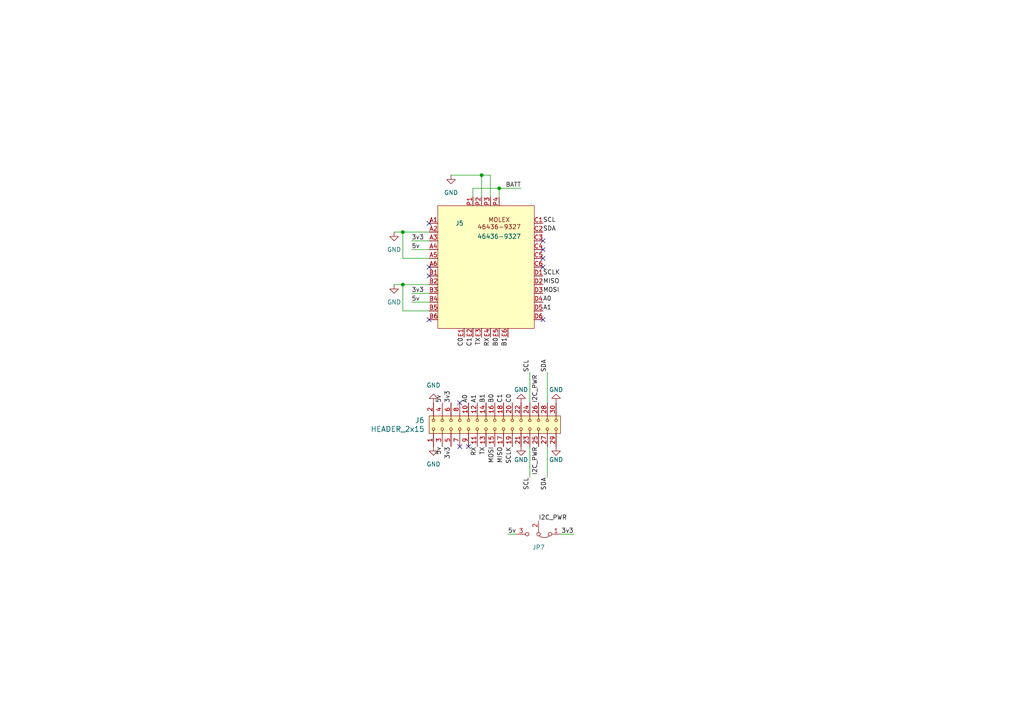
<source format=kicad_sch>
(kicad_sch (version 20230121) (generator eeschema)
  (paper "A4")
  (lib_symbols
    (symbol "Jumper:Jumper_3_Bridged12" (pin_names (offset 0) hide)
      (property "Reference" "JP" (at -2.54 -2.54 0))
      (property "Value" "Jumper_3_Bridged12" (at 0 2.794 0))
      (symbol "Jumper_3_Bridged12_0_0"
        (circle (center -3.302 0) (radius 0.508))
        (circle (center 0 0) (radius 0.508))
        (circle (center 3.302 0) (radius 0.508))
      )
      (symbol "Jumper_3_Bridged12_0_1"
        (arc (start -0.254 0.508) (mid -1.651 0.9912) (end -3.048 0.508))
        (polyline (pts (xy 0 -1.27) (xy 0 -0.508)))
      )
      (symbol "Jumper_3_Bridged12_1_1"
        (pin passive line (at -6.35 0 0) (length 2.54) (name "A") (number "1"))
        (pin passive line (at 0 -3.81 90) (length 2.54) (name "C") (number "2"))
        (pin passive line (at 6.35 0 180) (length 2.54) (name "B") (number "3"))
      )
    )
    (symbol "MLAB_CONNECTORS:MOLEX_46436-9327"
      (property "Reference" "J2" (at -7.62 -2.54 0))
      (property "Value" "~" (at -2.54 5.08 90))
      (symbol "MOLEX_46436-9327_0_0"
        (pin unspecified line (at -15.24 -2.54 0) (length 2.54) (name "") (number "A1"))
        (pin unspecified line (at -15.24 -5.08 0) (length 2.54) (name "") (number "A2"))
        (pin unspecified line (at -15.24 -7.62 0) (length 2.54) (name "") (number "A3"))
        (pin unspecified line (at -15.24 -10.16 0) (length 2.54) (name "") (number "A4"))
        (pin unspecified line (at -15.24 -12.7 0) (length 2.54) (name "") (number "A5"))
        (pin unspecified line (at -15.24 -15.24 0) (length 2.54) (name "") (number "A6"))
        (pin unspecified line (at -15.24 -17.78 0) (length 2.54) (name "") (number "B1"))
        (pin unspecified line (at -15.24 -20.32 0) (length 2.54) (name "") (number "B2"))
        (pin unspecified line (at -15.24 -22.86 0) (length 2.54) (name "") (number "B3"))
        (pin unspecified line (at -15.24 -25.4 0) (length 2.54) (name "") (number "B4"))
        (pin unspecified line (at -15.24 -27.94 0) (length 2.54) (name "") (number "B5"))
        (pin unspecified line (at -15.24 -30.48 0) (length 2.54) (name "") (number "B6"))
        (pin unspecified line (at 17.78 -2.54 180) (length 2.54) (name "") (number "C1"))
        (pin unspecified line (at 17.78 -5.08 180) (length 2.54) (name "") (number "C2"))
        (pin unspecified line (at 17.78 -7.62 180) (length 2.54) (name "") (number "C3"))
        (pin unspecified line (at 17.78 -10.16 180) (length 2.54) (name "") (number "C4"))
        (pin unspecified line (at 17.78 -12.7 180) (length 2.54) (name "") (number "C5"))
        (pin unspecified line (at 17.78 -15.24 180) (length 2.54) (name "") (number "C6"))
        (pin unspecified line (at 17.78 -17.78 180) (length 2.54) (name "") (number "D1"))
        (pin unspecified line (at 17.78 -20.32 180) (length 2.54) (name "") (number "D2"))
        (pin unspecified line (at 17.78 -22.86 180) (length 2.54) (name "") (number "D3"))
        (pin unspecified line (at 17.78 -25.4 180) (length 2.54) (name "") (number "D4"))
        (pin unspecified line (at 17.78 -27.94 180) (length 2.54) (name "") (number "D5"))
        (pin unspecified line (at 17.78 -30.48 180) (length 2.54) (name "") (number "D6"))
        (pin unspecified line (at -5.08 -35.56 90) (length 2.54) (name "") (number "E1"))
        (pin unspecified line (at -2.54 -35.56 90) (length 2.54) (name "") (number "E2"))
        (pin unspecified line (at 0 -35.56 90) (length 2.54) (name "") (number "E3"))
        (pin unspecified line (at 2.54 -35.56 90) (length 2.54) (name "") (number "E4"))
        (pin unspecified line (at 5.08 -35.56 90) (length 2.54) (name "") (number "E5"))
        (pin unspecified line (at 7.62 -35.56 90) (length 2.54) (name "") (number "E6"))
        (pin unspecified line (at -2.54 5.08 270) (length 2.54) (name "") (number "P1"))
        (pin unspecified line (at 0 5.08 270) (length 2.54) (name "") (number "P2"))
        (pin unspecified line (at 2.54 5.08 270) (length 2.54) (name "") (number "P3"))
        (pin unspecified line (at 5.08 5.08 270) (length 2.54) (name "") (number "P4"))
      )
      (symbol "MOLEX_46436-9327_1_1"
        (rectangle (start -12.7 2.54) (end 15.24 -33.02) (fill (type background)))
        (text "MOLEX\n46436-9327" (at 5.08 -2.54 0) (effects (font (size 1.27 1.27))))
      )
    )
    (symbol "MLAB_HEADER:HEADER_2x15" (pin_names (offset 1.016))
      (property "Reference" "J" (at 0 -20.32 0))
      (property "Value" "HEADER_2x15" (at 0 20.32 0))
      (symbol "HEADER_2x15_0_1"
        (rectangle (start -2.54 19.05) (end 2.54 -19.05) (fill (type background)))
        (circle (center -1.27 -17.78) (radius 0.381))
        (circle (center -1.27 -15.24) (radius 0.381))
        (circle (center -1.27 -12.7) (radius 0.381))
        (circle (center -1.27 -10.16) (radius 0.381))
        (circle (center -1.27 -7.62) (radius 0.381))
        (circle (center -1.27 -5.08) (radius 0.381))
        (circle (center -1.27 -2.54) (radius 0.381))
        (circle (center -1.27 0) (radius 0.381))
        (circle (center -1.27 2.54) (radius 0.381))
        (circle (center -1.27 5.08) (radius 0.381))
        (circle (center -1.27 7.62) (radius 0.381))
        (circle (center -1.27 10.16) (radius 0.381))
        (circle (center -1.27 12.7) (radius 0.381))
        (circle (center -1.27 15.24) (radius 0.381))
        (circle (center -1.27 17.78) (radius 0.381))
        (polyline (pts (xy -1.651 -17.78) (xy -2.54 -17.78)))
        (polyline (pts (xy -1.651 -15.24) (xy -2.54 -15.24)))
        (polyline (pts (xy -1.651 -12.7) (xy -2.54 -12.7)))
        (polyline (pts (xy -1.651 -10.16) (xy -2.54 -10.16)))
        (polyline (pts (xy -1.651 -7.62) (xy -2.54 -7.62)))
        (polyline (pts (xy -1.651 -5.08) (xy -2.54 -5.08)))
        (polyline (pts (xy -1.651 -2.54) (xy -2.54 -2.54)))
        (polyline (pts (xy -1.651 0) (xy -2.54 0)))
        (polyline (pts (xy -1.651 2.54) (xy -2.54 2.54)))
        (polyline (pts (xy -1.651 5.08) (xy -2.54 5.08)))
        (polyline (pts (xy -1.651 7.62) (xy -2.54 7.62)))
        (polyline (pts (xy -1.651 10.16) (xy -2.54 10.16)))
        (polyline (pts (xy -1.651 12.7) (xy -2.54 12.7)))
        (polyline (pts (xy -1.651 15.24) (xy -2.54 15.24)))
        (polyline (pts (xy -1.651 17.78) (xy -2.54 17.78)))
        (polyline (pts (xy 1.651 -17.78) (xy 2.54 -17.78)))
        (polyline (pts (xy 1.651 -15.24) (xy 2.54 -15.24)))
        (polyline (pts (xy 1.651 -12.7) (xy 2.54 -12.7)))
        (polyline (pts (xy 1.651 -10.16) (xy 2.54 -10.16)))
        (polyline (pts (xy 1.651 -7.62) (xy 2.54 -7.62)))
        (polyline (pts (xy 1.651 -5.08) (xy 2.54 -5.08)))
        (polyline (pts (xy 1.651 -2.54) (xy 2.54 -2.54)))
        (polyline (pts (xy 1.651 0) (xy 2.54 0)))
        (polyline (pts (xy 1.651 2.54) (xy 2.54 2.54)))
        (polyline (pts (xy 1.651 5.08) (xy 2.54 5.08)))
        (polyline (pts (xy 1.651 7.62) (xy 2.54 7.62)))
        (polyline (pts (xy 1.651 10.16) (xy 2.54 10.16)))
        (polyline (pts (xy 1.651 12.7) (xy 2.54 12.7)))
        (polyline (pts (xy 1.651 15.24) (xy 2.54 15.24)))
        (polyline (pts (xy 1.651 17.78) (xy 2.54 17.78)))
        (circle (center 1.27 -17.78) (radius 0.381))
        (circle (center 1.27 -15.24) (radius 0.381))
        (circle (center 1.27 -12.7) (radius 0.381))
        (circle (center 1.27 -10.16) (radius 0.381))
        (circle (center 1.27 -7.62) (radius 0.381))
        (circle (center 1.27 -5.08) (radius 0.381))
        (circle (center 1.27 -2.54) (radius 0.381))
        (circle (center 1.27 0) (radius 0.381))
        (circle (center 1.27 2.54) (radius 0.381))
        (circle (center 1.27 5.08) (radius 0.381))
        (circle (center 1.27 7.62) (radius 0.381))
        (circle (center 1.27 10.16) (radius 0.381))
        (circle (center 1.27 12.7) (radius 0.381))
        (circle (center 1.27 15.24) (radius 0.381))
        (circle (center 1.27 17.78) (radius 0.381))
      )
      (symbol "HEADER_2x15_1_1"
        (pin input line (at -6.35 17.78 0) (length 3.81) (name "~") (number "1"))
        (pin input line (at 6.35 7.62 180) (length 3.81) (name "~") (number "10"))
        (pin input line (at -6.35 5.08 0) (length 3.81) (name "~") (number "11"))
        (pin input line (at 6.35 5.08 180) (length 3.81) (name "~") (number "12"))
        (pin input line (at -6.35 2.54 0) (length 3.81) (name "~") (number "13"))
        (pin input line (at 6.35 2.54 180) (length 3.81) (name "~") (number "14"))
        (pin input line (at -6.35 0 0) (length 3.81) (name "~") (number "15"))
        (pin input line (at 6.35 0 180) (length 3.81) (name "~") (number "16"))
        (pin input line (at -6.35 -2.54 0) (length 3.81) (name "~") (number "17"))
        (pin input line (at 6.35 -2.54 180) (length 3.81) (name "~") (number "18"))
        (pin input line (at -6.35 -5.08 0) (length 3.81) (name "~") (number "19"))
        (pin input line (at 6.35 17.78 180) (length 3.81) (name "~") (number "2"))
        (pin input line (at 6.35 -5.08 180) (length 3.81) (name "~") (number "20"))
        (pin input line (at -6.35 -7.62 0) (length 3.81) (name "~") (number "21"))
        (pin input line (at 6.35 -7.62 180) (length 3.81) (name "~") (number "22"))
        (pin input line (at -6.35 -10.16 0) (length 3.81) (name "~") (number "23"))
        (pin input line (at 6.35 -10.16 180) (length 3.81) (name "~") (number "24"))
        (pin input line (at -6.35 -12.7 0) (length 3.81) (name "~") (number "25"))
        (pin input line (at 6.35 -12.7 180) (length 3.81) (name "~") (number "26"))
        (pin input line (at -6.35 -15.24 0) (length 3.81) (name "~") (number "27"))
        (pin input line (at 6.35 -15.24 180) (length 3.81) (name "~") (number "28"))
        (pin input line (at -6.35 -17.78 0) (length 3.81) (name "~") (number "29"))
        (pin input line (at -6.35 15.24 0) (length 3.81) (name "~") (number "3"))
        (pin input line (at 6.35 -17.78 180) (length 3.81) (name "~") (number "30"))
        (pin input line (at 6.35 15.24 180) (length 3.81) (name "~") (number "4"))
        (pin input line (at -6.35 12.7 0) (length 3.81) (name "~") (number "5"))
        (pin input line (at 6.35 12.7 180) (length 3.81) (name "~") (number "6"))
        (pin input line (at -6.35 10.16 0) (length 3.81) (name "~") (number "7"))
        (pin input line (at 6.35 10.16 180) (length 3.81) (name "~") (number "8"))
        (pin input line (at -6.35 7.62 0) (length 3.81) (name "~") (number "9"))
      )
    )
    (symbol "power:GND" (power) (pin_names (offset 0))
      (property "Value" "GND" (at 0 -3.81 0))
      (symbol "GND_0_1"
        (polyline (pts (xy 0 0) (xy 0 -1.27) (xy 1.27 -1.27) (xy 0 -2.54) (xy -1.27 -1.27) (xy 0 -1.27)))
      )
      (symbol "GND_1_1"
        (pin power_in line (at 0 0 270) (length 0) hide (name "GND") (number "1"))
      )
    )
  )
  (junction (at 144.78 54.61))
  (junction (at 139.7 50.8))
  (junction (at 116.84 82.55))
  (junction (at 116.84 67.31))
  (no_connect (at 157.48 92.71))
  (no_connect (at 124.46 80.01))
  (no_connect (at 124.46 77.47))
  (no_connect (at 133.35 116.84))
  (no_connect (at 124.46 64.77))
  (no_connect (at 157.48 72.39))
  (no_connect (at 157.48 69.85))
  (no_connect (at 124.46 92.71))
  (no_connect (at 157.48 74.93))
  (no_connect (at 157.48 77.47))
  (no_connect (at 135.89 129.54))
  (no_connect (at 133.35 129.54))
  (wire (pts (xy 144.78 54.61) (xy 151.13 54.61)))
  (wire (pts (xy 114.3 67.31) (xy 116.84 67.31)))
  (wire (pts (xy 142.24 50.8) (xy 142.24 57.15)))
  (wire (pts (xy 119.38 85.09) (xy 124.46 85.09)))
  (wire (pts (xy 166.37 154.94) (xy 162.56 154.94)))
  (wire (pts (xy 139.7 50.8) (xy 139.7 57.15)))
  (wire (pts (xy 158.75 107.95) (xy 158.75 116.84)))
  (wire (pts (xy 158.75 129.54) (xy 158.75 138.43)))
  (wire (pts (xy 116.84 90.17) (xy 124.46 90.17)))
  (wire (pts (xy 137.16 54.61) (xy 137.16 57.15)))
  (wire (pts (xy 116.84 74.93) (xy 124.46 74.93)))
  (wire (pts (xy 119.38 87.63) (xy 124.46 87.63)))
  (wire (pts (xy 116.84 67.31) (xy 124.46 67.31)))
  (wire (pts (xy 130.81 50.8) (xy 139.7 50.8)))
  (wire (pts (xy 119.38 72.39) (xy 124.46 72.39)))
  (wire (pts (xy 116.84 82.55) (xy 124.46 82.55)))
  (wire (pts (xy 139.7 50.8) (xy 142.24 50.8)))
  (wire (pts (xy 147.32 154.94) (xy 149.86 154.94)))
  (wire (pts (xy 116.84 67.31) (xy 116.84 74.93)))
  (wire (pts (xy 153.67 138.43) (xy 153.67 129.54)))
  (wire (pts (xy 114.3 82.55) (xy 116.84 82.55)))
  (wire (pts (xy 153.67 107.95) (xy 153.67 116.84)))
  (wire (pts (xy 116.84 82.55) (xy 116.84 90.17)))
  (wire (pts (xy 144.78 54.61) (xy 144.78 57.15)))
  (wire (pts (xy 119.38 69.85) (xy 124.46 69.85)))
  (wire (pts (xy 137.16 54.61) (xy 144.78 54.61)))
  (label "SDA" (at 157.48 67.31 0))
  (label "SCLK" (at 148.59 129.54 270))
  (label "MISO" (at 146.05 129.54 270))
  (label "B0" (at 143.51 116.84 90))
  (label "RX" (at 138.43 129.54 270))
  (label "B1" (at 147.32 97.79 270))
  (label "TX" (at 140.97 129.54 270))
  (label "5v" (at 128.27 116.84 90))
  (label "3v3" (at 166.37 154.94 180))
  (label "MOSI" (at 157.48 85.09 0))
  (label "SCL" (at 157.48 64.77 0))
  (label "3v3" (at 119.38 85.09 0))
  (label "5v" (at 119.38 72.39 0))
  (label "3v3" (at 130.81 129.54 270))
  (label "I2C_PWR" (at 156.21 151.13 0))
  (label "SCL" (at 153.67 107.95 90))
  (label "A1" (at 138.43 116.84 90))
  (label "SDA" (at 158.75 107.95 90))
  (label "RX" (at 142.24 97.79 270))
  (label "3v3" (at 130.81 116.84 90))
  (label "B0" (at 144.78 97.79 270))
  (label "C0" (at 134.62 97.79 270))
  (label "A0" (at 157.48 87.63 0))
  (label "3v3" (at 119.38 69.85 0))
  (label "C1" (at 146.05 116.84 90))
  (label "SCL" (at 153.67 138.43 270))
  (label "A0" (at 135.89 116.84 90))
  (label "5v" (at 119.38 87.63 0))
  (label "SDA" (at 158.75 138.43 270))
  (label "MISO" (at 157.48 82.55 0))
  (label "I2C_PWR" (at 156.21 129.54 270))
  (label "BATT" (at 151.13 54.61 180))
  (label "TX" (at 139.7 97.79 270))
  (label "A1" (at 157.48 90.17 0))
  (label "I2C_PWR" (at 156.21 116.84 90))
  (label "C0" (at 148.59 116.84 90))
  (label "5v" (at 128.27 129.54 270))
  (label "B1" (at 140.97 116.84 90))
  (label "SCLK" (at 157.48 80.01 0))
  (label "MOSI" (at 143.51 129.54 270))
  (label "C1" (at 137.16 97.79 270))
  (label "5v" (at 147.32 154.94 0))
  (symbol (lib_id "power:GND") (at 114.3 82.55 0) (unit 1)
    (property "Reference" "#PWR0166" (effects hide))
    (property "Value" "GND" (at 114.3 87.63 0))
    (instances (project "LION5CELL01" (path "" (reference "#PWR0166") (unit 1)) (path "" (reference "#PWR020") (unit 1))))
  )
  (symbol (lib_id "MLAB_HEADER:HEADER_2x15") (at 143.51 123.19 90) (unit 1)
    (property "Reference" "J6" (at 123.19 121.92 90) (effects (font (size 1.524 1.524)) (justify left)))
    (property "Value" "HEADER_2x15" (at 123.19 124.46 90) (effects (font (size 1.524 1.524)) (justify left)))
    (property "Footprint" "Connector_PinHeader_2.54mm:PinHeader_2x15_P2.54mm_Vertical" (effects hide))
  )
  (symbol (lib_id "power:GND") (at 125.73 129.54 0) (unit 1)
    (property "Reference" "#PWR0164" (effects hide))
    (property "Value" "GND" (at 125.73 134.62 0))
    (instances (project "LION5CELL01" (path "" (reference "#PWR0164") (unit 1)) (path "" (reference "#PWR020") (unit 1))))
  )
  (symbol (lib_id "power:GND") (at 161.29 129.54 0) (unit 1)
    (property "Reference" "#PWR0163" (effects hide))
    (property "Value" "GND" (at 161.29 133.35 0))
    (instances (project "LION5CELL01" (path "" (reference "#PWR0163") (unit 1)) (path "" (reference "#PWR020") (unit 1))))
  )
  (symbol (lib_id "power:GND") (at 151.13 129.54 0) (unit 1)
    (property "Reference" "#PWR0169" (effects hide))
    (property "Value" "GND" (at 151.13 133.35 0))
    (instances (project "LION5CELL01" (path "" (reference "#PWR0169") (unit 1)) (path "" (reference "#PWR020") (unit 1))))
  )
  (symbol (lib_id "power:GND") (at 125.73 116.84 180) (unit 1)
    (property "Reference" "#PWR0162" (effects hide))
    (property "Value" "GND" (at 125.73 111.76 0))
    (instances (project "LION5CELL01" (path "" (reference "#PWR0162") (unit 1)) (path "" (reference "#PWR020") (unit 1))))
  )
  (symbol (lib_id "power:GND") (at 161.29 116.84 180) (unit 1)
    (property "Reference" "#PWR0161" (effects hide))
    (property "Value" "GND" (at 161.29 113.03 0))
    (instances (project "LION5CELL01" (path "" (reference "#PWR0161") (unit 1)) (path "" (reference "#PWR020") (unit 1))))
  )
  (symbol (lib_id "power:GND") (at 151.13 116.84 180) (unit 1)
    (property "Reference" "#PWR0168" (effects hide))
    (property "Value" "GND" (at 151.13 113.03 0))
    (instances (project "LION5CELL01" (path "" (reference "#PWR0168") (unit 1)) (path "" (reference "#PWR020") (unit 1))))
  )
  (symbol (lib_id "power:GND") (at 130.81 50.8 0) (unit 1)
    (property "Reference" "#PWR0167" (effects hide))
    (property "Value" "GND" (at 130.81 55.88 0))
    (instances (project "LION5CELL01" (path "" (reference "#PWR0167") (unit 1)) (path "" (reference "#PWR021") (unit 1))))
  )
  (symbol (lib_id "power:GND") (at 114.3 67.31 0) (unit 1)
    (property "Reference" "#PWR0165" (effects hide))
    (property "Value" "GND" (at 114.3 72.39 0))
    (instances (project "LION5CELL01" (path "" (reference "#PWR0165") (unit 1)) (path "" (reference "#PWR019") (unit 1))))
  )
  (symbol (lib_id "Jumper:Jumper_3_Bridged12") (at 156.21 154.94 180) (unit 1)
    (property "Reference" "JP7" (at 156.21 158.75 0))
    (property "Value" "Jumper_3_Bridged12" (effects hide))
    (property "Footprint" "Jumper:SolderJumper-3_P1.3mm_Bridged12_RoundedPad1.0x1.5mm" (effects hide))
  )
  (symbol (lib_id "MLAB_CONNECTORS:MOLEX_46436-9327") (at 139.7 62.23 0) (unit 1)
    (property "Reference" "J5" (at 132.08 64.77 0) (effects (justify left)))
    (property "Value" "46436-9327" (at 144.78 68.58 0))
    (property "Footprint" "Mlab_CON:MOLEX_46437-9327" (effects hide))
    (instances (project "LION5CELL01" (path "" (reference "J5") (unit 1)) (path "" (reference "J2") (unit 1))))
  )
)
</source>
